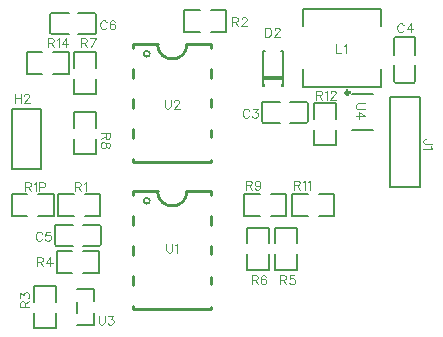
<source format=gto>
G04 Layer: TopSilkscreenLayer*
G04 EasyEDA v6.5.47, 2024-12-22 15:22:41*
G04 e1e7952599984f8b88d5fc9924ef2239,3d6967793dfb4ab392e21a473a945d40,10*
G04 Gerber Generator version 0.2*
G04 Scale: 100 percent, Rotated: No, Reflected: No *
G04 Dimensions in millimeters *
G04 leading zeros omitted , absolute positions ,4 integer and 5 decimal *
%FSLAX45Y45*%
%MOMM*%

%ADD10C,0.1000*%
%ADD11C,0.1524*%
%ADD12C,0.1520*%
%ADD13C,0.2032*%
%ADD14C,0.2030*%
%ADD15C,0.1520*%
%ADD16C,0.2540*%
%ADD17C,0.1500*%
%ADD18C,0.3000*%
%ADD19C,0.0129*%

%LPD*%
D10*
X3534409Y5028184D02*
G01*
X3530600Y5035550D01*
X3523488Y5042915D01*
X3516122Y5046471D01*
X3501643Y5046471D01*
X3494277Y5042915D01*
X3487165Y5035550D01*
X3483356Y5028184D01*
X3479800Y5017262D01*
X3479800Y4999228D01*
X3483356Y4988305D01*
X3487165Y4980939D01*
X3494277Y4973573D01*
X3501643Y4970018D01*
X3516122Y4970018D01*
X3523488Y4973573D01*
X3530600Y4980939D01*
X3534409Y4988305D01*
X3565652Y5046471D02*
G01*
X3605529Y5046471D01*
X3583686Y5017262D01*
X3594608Y5017262D01*
X3601974Y5013705D01*
X3605529Y5010150D01*
X3609340Y4999228D01*
X3609340Y4991862D01*
X3605529Y4980939D01*
X3598418Y4973573D01*
X3587495Y4970018D01*
X3576574Y4970018D01*
X3565652Y4973573D01*
X3562095Y4977384D01*
X3558286Y4984495D01*
X4842509Y5752084D02*
G01*
X4838700Y5759450D01*
X4831588Y5766815D01*
X4824222Y5770371D01*
X4809743Y5770371D01*
X4802377Y5766815D01*
X4795265Y5759450D01*
X4791456Y5752084D01*
X4787900Y5741162D01*
X4787900Y5723128D01*
X4791456Y5712205D01*
X4795265Y5704839D01*
X4802377Y5697473D01*
X4809743Y5693918D01*
X4824222Y5693918D01*
X4831588Y5697473D01*
X4838700Y5704839D01*
X4842509Y5712205D01*
X4902708Y5770371D02*
G01*
X4866386Y5719318D01*
X4920995Y5719318D01*
X4902708Y5770371D02*
G01*
X4902708Y5693918D01*
X1781792Y3986784D02*
G01*
X1777982Y3994150D01*
X1770870Y4001515D01*
X1763504Y4005071D01*
X1749026Y4005071D01*
X1741660Y4001515D01*
X1734548Y3994150D01*
X1730738Y3986784D01*
X1727182Y3975862D01*
X1727182Y3957828D01*
X1730738Y3946905D01*
X1734548Y3939539D01*
X1741660Y3932173D01*
X1749026Y3928618D01*
X1763504Y3928618D01*
X1770870Y3932173D01*
X1777982Y3939539D01*
X1781792Y3946905D01*
X1849356Y4005071D02*
G01*
X1813034Y4005071D01*
X1809478Y3972305D01*
X1813034Y3975862D01*
X1823956Y3979671D01*
X1834878Y3979671D01*
X1845800Y3975862D01*
X1852912Y3968750D01*
X1856722Y3957828D01*
X1856722Y3950462D01*
X1852912Y3939539D01*
X1845800Y3932173D01*
X1834878Y3928618D01*
X1823956Y3928618D01*
X1813034Y3932173D01*
X1809478Y3935984D01*
X1805668Y3943095D01*
X2327892Y5777484D02*
G01*
X2324082Y5784850D01*
X2316970Y5792215D01*
X2309604Y5795771D01*
X2295126Y5795771D01*
X2287760Y5792215D01*
X2280648Y5784850D01*
X2276838Y5777484D01*
X2273282Y5766562D01*
X2273282Y5748528D01*
X2276838Y5737605D01*
X2280648Y5730239D01*
X2287760Y5722873D01*
X2295126Y5719318D01*
X2309604Y5719318D01*
X2316970Y5722873D01*
X2324082Y5730239D01*
X2327892Y5737605D01*
X2395456Y5784850D02*
G01*
X2391900Y5792215D01*
X2380978Y5795771D01*
X2373612Y5795771D01*
X2362690Y5792215D01*
X2355578Y5781294D01*
X2351768Y5763005D01*
X2351768Y5744718D01*
X2355578Y5730239D01*
X2362690Y5722873D01*
X2373612Y5719318D01*
X2377422Y5719318D01*
X2388090Y5722873D01*
X2395456Y5730239D01*
X2399012Y5741162D01*
X2399012Y5744718D01*
X2395456Y5755639D01*
X2388090Y5763005D01*
X2377422Y5766562D01*
X2373612Y5766562D01*
X2362690Y5763005D01*
X2355578Y5755639D01*
X2351768Y5744718D01*
X3670300Y5732271D02*
G01*
X3670300Y5655818D01*
X3670300Y5732271D02*
G01*
X3695700Y5732271D01*
X3706622Y5728715D01*
X3713988Y5721350D01*
X3717543Y5713984D01*
X3721100Y5703062D01*
X3721100Y5685028D01*
X3717543Y5674105D01*
X3713988Y5666739D01*
X3706622Y5659373D01*
X3695700Y5655818D01*
X3670300Y5655818D01*
X3748786Y5713984D02*
G01*
X3748786Y5717794D01*
X3752595Y5724905D01*
X3756152Y5728715D01*
X3763263Y5732271D01*
X3777995Y5732271D01*
X3785108Y5728715D01*
X3788918Y5724905D01*
X3792474Y5717794D01*
X3792474Y5710428D01*
X3788918Y5703062D01*
X3781552Y5692139D01*
X3745229Y5655818D01*
X3796029Y5655818D01*
X1549400Y5173471D02*
G01*
X1549400Y5097018D01*
X1600200Y5173471D02*
G01*
X1600200Y5097018D01*
X1549400Y5137150D02*
G01*
X1600200Y5137150D01*
X1627886Y5155184D02*
G01*
X1627886Y5158994D01*
X1631695Y5166105D01*
X1635252Y5169915D01*
X1642363Y5173471D01*
X1657095Y5173471D01*
X1664207Y5169915D01*
X1668018Y5166105D01*
X1671573Y5158994D01*
X1671573Y5151628D01*
X1668018Y5144262D01*
X1660652Y5133339D01*
X1624329Y5097018D01*
X1675129Y5097018D01*
X5084572Y4751578D02*
G01*
X5026406Y4751578D01*
X5015484Y4755134D01*
X5011674Y4758689D01*
X5008118Y4766055D01*
X5008118Y4773421D01*
X5011674Y4780534D01*
X5015484Y4784344D01*
X5026406Y4787900D01*
X5033518Y4787900D01*
X5070093Y4727447D02*
G01*
X5073650Y4720336D01*
X5084572Y4709413D01*
X5008118Y4709413D01*
X4267200Y5592571D02*
G01*
X4267200Y5516118D01*
X4267200Y5516118D02*
G01*
X4310888Y5516118D01*
X4334763Y5578094D02*
G01*
X4342129Y5581650D01*
X4353052Y5592571D01*
X4353052Y5516118D01*
X2057308Y4424171D02*
G01*
X2057308Y4347718D01*
X2057308Y4424171D02*
G01*
X2090074Y4424171D01*
X2100996Y4420615D01*
X2104552Y4416805D01*
X2108362Y4409694D01*
X2108362Y4402328D01*
X2104552Y4394962D01*
X2100996Y4391405D01*
X2090074Y4387850D01*
X2057308Y4387850D01*
X2082962Y4387850D02*
G01*
X2108362Y4347718D01*
X2132238Y4409694D02*
G01*
X2139604Y4413250D01*
X2150526Y4424171D01*
X2150526Y4347718D01*
X1638208Y4424171D02*
G01*
X1638208Y4347718D01*
X1638208Y4424171D02*
G01*
X1670974Y4424171D01*
X1681896Y4420615D01*
X1685452Y4416805D01*
X1689262Y4409694D01*
X1689262Y4402328D01*
X1685452Y4394962D01*
X1681896Y4391405D01*
X1670974Y4387850D01*
X1638208Y4387850D01*
X1663862Y4387850D02*
G01*
X1689262Y4347718D01*
X1713138Y4409694D02*
G01*
X1720504Y4413250D01*
X1731426Y4424171D01*
X1731426Y4347718D01*
X1755302Y4424171D02*
G01*
X1755302Y4347718D01*
X1755302Y4424171D02*
G01*
X1788068Y4424171D01*
X1798990Y4420615D01*
X1802546Y4416805D01*
X1806356Y4409694D01*
X1806356Y4398771D01*
X1802546Y4391405D01*
X1798990Y4387850D01*
X1788068Y4384039D01*
X1755302Y4384039D01*
X3390808Y5821171D02*
G01*
X3390808Y5744718D01*
X3390808Y5821171D02*
G01*
X3423574Y5821171D01*
X3434496Y5817615D01*
X3438052Y5813805D01*
X3441862Y5806694D01*
X3441862Y5799328D01*
X3438052Y5791962D01*
X3434496Y5788405D01*
X3423574Y5784850D01*
X3390808Y5784850D01*
X3416462Y5784850D02*
G01*
X3441862Y5744718D01*
X3469548Y5802884D02*
G01*
X3469548Y5806694D01*
X3473104Y5813805D01*
X3476660Y5817615D01*
X3484026Y5821171D01*
X3498504Y5821171D01*
X3505870Y5817615D01*
X3509426Y5813805D01*
X3512982Y5806694D01*
X3512982Y5799328D01*
X3509426Y5791962D01*
X3502060Y5781039D01*
X3465738Y5744718D01*
X3516792Y5744718D01*
X1595628Y3365408D02*
G01*
X1672081Y3365408D01*
X1595628Y3365408D02*
G01*
X1595628Y3398174D01*
X1599184Y3409096D01*
X1602994Y3412652D01*
X1610105Y3416462D01*
X1617471Y3416462D01*
X1624837Y3412652D01*
X1628394Y3409096D01*
X1631950Y3398174D01*
X1631950Y3365408D01*
X1631950Y3391062D02*
G01*
X1672081Y3416462D01*
X1595628Y3447704D02*
G01*
X1595628Y3487582D01*
X1624837Y3465738D01*
X1624837Y3476660D01*
X1628394Y3484026D01*
X1631950Y3487582D01*
X1642871Y3491392D01*
X1650237Y3491392D01*
X1661160Y3487582D01*
X1668526Y3480470D01*
X1672081Y3469548D01*
X1672081Y3458626D01*
X1668526Y3447704D01*
X1664715Y3444148D01*
X1657604Y3440338D01*
X1739808Y3789171D02*
G01*
X1739808Y3712718D01*
X1739808Y3789171D02*
G01*
X1772574Y3789171D01*
X1783496Y3785615D01*
X1787052Y3781805D01*
X1790862Y3774694D01*
X1790862Y3767328D01*
X1787052Y3759962D01*
X1783496Y3756405D01*
X1772574Y3752850D01*
X1739808Y3752850D01*
X1765462Y3752850D02*
G01*
X1790862Y3712718D01*
X1851060Y3789171D02*
G01*
X1814738Y3738118D01*
X1869348Y3738118D01*
X1851060Y3789171D02*
G01*
X1851060Y3712718D01*
X3797208Y3636771D02*
G01*
X3797208Y3560318D01*
X3797208Y3636771D02*
G01*
X3829974Y3636771D01*
X3840896Y3633215D01*
X3844452Y3629405D01*
X3848262Y3622294D01*
X3848262Y3614928D01*
X3844452Y3607562D01*
X3840896Y3604005D01*
X3829974Y3600450D01*
X3797208Y3600450D01*
X3822862Y3600450D02*
G01*
X3848262Y3560318D01*
X3915826Y3636771D02*
G01*
X3879504Y3636771D01*
X3875948Y3604005D01*
X3879504Y3607562D01*
X3890426Y3611371D01*
X3901348Y3611371D01*
X3912270Y3607562D01*
X3919382Y3600450D01*
X3923192Y3589528D01*
X3923192Y3582162D01*
X3919382Y3571239D01*
X3912270Y3563873D01*
X3901348Y3560318D01*
X3890426Y3560318D01*
X3879504Y3563873D01*
X3875948Y3567684D01*
X3872138Y3574795D01*
X3555908Y3636771D02*
G01*
X3555908Y3560318D01*
X3555908Y3636771D02*
G01*
X3588674Y3636771D01*
X3599596Y3633215D01*
X3603152Y3629405D01*
X3606962Y3622294D01*
X3606962Y3614928D01*
X3603152Y3607562D01*
X3599596Y3604005D01*
X3588674Y3600450D01*
X3555908Y3600450D01*
X3581562Y3600450D02*
G01*
X3606962Y3560318D01*
X3674526Y3625850D02*
G01*
X3670970Y3633215D01*
X3660048Y3636771D01*
X3652682Y3636771D01*
X3641760Y3633215D01*
X3634648Y3622294D01*
X3630838Y3604005D01*
X3630838Y3585718D01*
X3634648Y3571239D01*
X3641760Y3563873D01*
X3652682Y3560318D01*
X3656238Y3560318D01*
X3667160Y3563873D01*
X3674526Y3571239D01*
X3678082Y3582162D01*
X3678082Y3585718D01*
X3674526Y3596639D01*
X3667160Y3604005D01*
X3656238Y3607562D01*
X3652682Y3607562D01*
X3641760Y3604005D01*
X3634648Y3596639D01*
X3630838Y3585718D01*
X2108108Y5643371D02*
G01*
X2108108Y5566918D01*
X2108108Y5643371D02*
G01*
X2140874Y5643371D01*
X2151796Y5639815D01*
X2155352Y5636005D01*
X2159162Y5628894D01*
X2159162Y5621528D01*
X2155352Y5614162D01*
X2151796Y5610605D01*
X2140874Y5607050D01*
X2108108Y5607050D01*
X2133762Y5607050D02*
G01*
X2159162Y5566918D01*
X2234092Y5643371D02*
G01*
X2197770Y5566918D01*
X2183038Y5643371D02*
G01*
X2234092Y5643371D01*
X2354072Y4838791D02*
G01*
X2277618Y4838791D01*
X2354072Y4838791D02*
G01*
X2354072Y4806025D01*
X2350515Y4795103D01*
X2346706Y4791547D01*
X2339593Y4787737D01*
X2332227Y4787737D01*
X2324861Y4791547D01*
X2321306Y4795103D01*
X2317750Y4806025D01*
X2317750Y4838791D01*
X2317750Y4813137D02*
G01*
X2277618Y4787737D01*
X2354072Y4745573D02*
G01*
X2350515Y4756495D01*
X2343150Y4760051D01*
X2335784Y4760051D01*
X2328672Y4756495D01*
X2324861Y4749129D01*
X2321306Y4734651D01*
X2317750Y4723729D01*
X2310384Y4716617D01*
X2303018Y4712807D01*
X2292095Y4712807D01*
X2284984Y4716617D01*
X2281174Y4720173D01*
X2277618Y4731095D01*
X2277618Y4745573D01*
X2281174Y4756495D01*
X2284984Y4760051D01*
X2292095Y4763861D01*
X2303018Y4763861D01*
X2310384Y4760051D01*
X2317750Y4752939D01*
X2321306Y4742017D01*
X2324861Y4727539D01*
X2328672Y4720173D01*
X2335784Y4716617D01*
X2343150Y4716617D01*
X2350515Y4720173D01*
X2354072Y4731095D01*
X2354072Y4745573D01*
X3505200Y4436871D02*
G01*
X3505200Y4360418D01*
X3505200Y4436871D02*
G01*
X3537965Y4436871D01*
X3548888Y4433315D01*
X3552443Y4429505D01*
X3556000Y4422394D01*
X3556000Y4415028D01*
X3552443Y4407662D01*
X3548888Y4404105D01*
X3537965Y4400550D01*
X3505200Y4400550D01*
X3530600Y4400550D02*
G01*
X3556000Y4360418D01*
X3627374Y4411471D02*
G01*
X3623818Y4400550D01*
X3616452Y4393184D01*
X3605529Y4389628D01*
X3601974Y4389628D01*
X3591052Y4393184D01*
X3583686Y4400550D01*
X3580129Y4411471D01*
X3580129Y4415028D01*
X3583686Y4425950D01*
X3591052Y4433315D01*
X3601974Y4436871D01*
X3605529Y4436871D01*
X3616452Y4433315D01*
X3623818Y4425950D01*
X3627374Y4411471D01*
X3627374Y4393184D01*
X3623818Y4374895D01*
X3616452Y4363973D01*
X3605529Y4360418D01*
X3598163Y4360418D01*
X3587495Y4363973D01*
X3583686Y4371339D01*
X3911600Y4436871D02*
G01*
X3911600Y4360418D01*
X3911600Y4436871D02*
G01*
X3944365Y4436871D01*
X3955288Y4433315D01*
X3958843Y4429505D01*
X3962400Y4422394D01*
X3962400Y4415028D01*
X3958843Y4407662D01*
X3955288Y4404105D01*
X3944365Y4400550D01*
X3911600Y4400550D01*
X3937000Y4400550D02*
G01*
X3962400Y4360418D01*
X3986529Y4422394D02*
G01*
X3993895Y4425950D01*
X4004563Y4436871D01*
X4004563Y4360418D01*
X4028693Y4422394D02*
G01*
X4036059Y4425950D01*
X4046981Y4436871D01*
X4046981Y4360418D01*
X1828708Y5643371D02*
G01*
X1828708Y5566918D01*
X1828708Y5643371D02*
G01*
X1861474Y5643371D01*
X1872396Y5639815D01*
X1875952Y5636005D01*
X1879762Y5628894D01*
X1879762Y5621528D01*
X1875952Y5614162D01*
X1872396Y5610605D01*
X1861474Y5607050D01*
X1828708Y5607050D01*
X1854362Y5607050D02*
G01*
X1879762Y5566918D01*
X1903638Y5628894D02*
G01*
X1911004Y5632450D01*
X1921926Y5643371D01*
X1921926Y5566918D01*
X1982378Y5643371D02*
G01*
X1945802Y5592318D01*
X2000412Y5592318D01*
X1982378Y5643371D02*
G01*
X1982378Y5566918D01*
X4102100Y5198871D02*
G01*
X4102100Y5122418D01*
X4102100Y5198871D02*
G01*
X4134865Y5198871D01*
X4145788Y5195315D01*
X4149343Y5191505D01*
X4152900Y5184394D01*
X4152900Y5177028D01*
X4149343Y5169662D01*
X4145788Y5166105D01*
X4134865Y5162550D01*
X4102100Y5162550D01*
X4127500Y5162550D02*
G01*
X4152900Y5122418D01*
X4177029Y5184394D02*
G01*
X4184395Y5187950D01*
X4195063Y5198871D01*
X4195063Y5122418D01*
X4222750Y5180584D02*
G01*
X4222750Y5184394D01*
X4226559Y5191505D01*
X4230115Y5195315D01*
X4237481Y5198871D01*
X4251959Y5198871D01*
X4259072Y5195315D01*
X4262881Y5191505D01*
X4266438Y5184394D01*
X4266438Y5177028D01*
X4262881Y5169662D01*
X4255515Y5158739D01*
X4219193Y5122418D01*
X4269993Y5122418D01*
X2260658Y3293871D02*
G01*
X2260658Y3239262D01*
X2264214Y3228339D01*
X2271580Y3220973D01*
X2282502Y3217418D01*
X2289614Y3217418D01*
X2300536Y3220973D01*
X2307902Y3228339D01*
X2311458Y3239262D01*
X2311458Y3293871D01*
X2342700Y3293871D02*
G01*
X2382832Y3293871D01*
X2360988Y3264662D01*
X2371910Y3264662D01*
X2379022Y3261105D01*
X2382832Y3257550D01*
X2386388Y3246628D01*
X2386388Y3239262D01*
X2382832Y3228339D01*
X2375466Y3220973D01*
X2364544Y3217418D01*
X2353622Y3217418D01*
X2342700Y3220973D01*
X2339144Y3224784D01*
X2335588Y3231895D01*
X4513072Y5092700D02*
G01*
X4458461Y5092700D01*
X4447540Y5089144D01*
X4440174Y5081778D01*
X4436618Y5070855D01*
X4436618Y5063489D01*
X4440174Y5052821D01*
X4447540Y5045455D01*
X4458461Y5041900D01*
X4513072Y5041900D01*
X4513072Y4981447D02*
G01*
X4462018Y5017770D01*
X4462018Y4963160D01*
X4513072Y4981447D02*
G01*
X4436618Y4981447D01*
X2832102Y3903471D02*
G01*
X2832102Y3848862D01*
X2835658Y3837939D01*
X2843024Y3830573D01*
X2853946Y3827018D01*
X2861312Y3827018D01*
X2871980Y3830573D01*
X2879346Y3837939D01*
X2882902Y3848862D01*
X2882902Y3903471D01*
X2907032Y3888994D02*
G01*
X2914398Y3892550D01*
X2925066Y3903471D01*
X2925066Y3827018D01*
X2819402Y5122671D02*
G01*
X2819402Y5068062D01*
X2822958Y5057139D01*
X2830324Y5049773D01*
X2841246Y5046218D01*
X2848612Y5046218D01*
X2859280Y5049773D01*
X2866646Y5057139D01*
X2870202Y5068062D01*
X2870202Y5122671D01*
X2897888Y5104384D02*
G01*
X2897888Y5108194D01*
X2901698Y5115305D01*
X2905254Y5119115D01*
X2912366Y5122671D01*
X2927098Y5122671D01*
X2934210Y5119115D01*
X2938020Y5115305D01*
X2941576Y5108194D01*
X2941576Y5100828D01*
X2938020Y5093462D01*
X2930654Y5082539D01*
X2894332Y5046218D01*
X2945132Y5046218D01*
D11*
X4016519Y5106860D02*
G01*
X3875519Y5106860D01*
X3875519Y4926139D02*
G01*
X4016519Y4926139D01*
X4031759Y4941379D02*
G01*
X4031759Y5091620D01*
X3654280Y5106860D02*
G01*
X3795280Y5106860D01*
X3795280Y4926139D02*
G01*
X3654280Y4926139D01*
X3639040Y4941379D02*
G01*
X3639040Y5091620D01*
X4941760Y5279880D02*
G01*
X4941760Y5420880D01*
X4761039Y5420880D02*
G01*
X4761039Y5279880D01*
X4776279Y5264640D02*
G01*
X4926520Y5264640D01*
X4941760Y5642119D02*
G01*
X4941760Y5501119D01*
X4761039Y5501119D02*
G01*
X4761039Y5642119D01*
X4776279Y5657359D02*
G01*
X4926520Y5657359D01*
X1901680Y3884739D02*
G01*
X2042680Y3884739D01*
X2042680Y4065460D02*
G01*
X1901680Y4065460D01*
X1886440Y4050220D02*
G01*
X1886440Y3899979D01*
X2263919Y3884739D02*
G01*
X2122919Y3884739D01*
X2122919Y4065460D02*
G01*
X2263919Y4065460D01*
X2279159Y4050220D02*
G01*
X2279159Y3899979D01*
X2225819Y5856160D02*
G01*
X2084819Y5856160D01*
X2084819Y5675439D02*
G01*
X2225819Y5675439D01*
X2241059Y5690679D02*
G01*
X2241059Y5840920D01*
X1863580Y5856160D02*
G01*
X2004580Y5856160D01*
X2004580Y5675439D02*
G01*
X1863580Y5675439D01*
X1848340Y5690679D02*
G01*
X1848340Y5840920D01*
D12*
X3809314Y5239499D02*
G01*
X3809314Y5256883D01*
X3658285Y5239499D02*
G01*
X3658285Y5256883D01*
X3658285Y5239499D02*
G01*
X3647180Y5239499D01*
X3647180Y5256883D01*
X3820419Y5256883D02*
G01*
X3820419Y5239499D01*
X3809314Y5239499D01*
X3809314Y5256883D02*
G01*
X3820419Y5256883D01*
X3647180Y5256883D02*
G01*
X3658285Y5256883D01*
X3647180Y5314787D02*
G01*
X3820419Y5314787D01*
D11*
X3647180Y5300499D02*
G01*
X3820419Y5300499D01*
X3647180Y5256883D02*
G01*
X3647180Y5538116D01*
X3647180Y5538116D02*
G01*
X3663980Y5538116D01*
X3820419Y5256883D02*
G01*
X3820419Y5538116D01*
X3820419Y5538116D02*
G01*
X3803619Y5538116D01*
D13*
X1524000Y5041900D02*
G01*
X1775460Y5041900D01*
X1775460Y4533900D01*
X1524000Y4533900D01*
X1524000Y5041900D01*
X4978400Y4953000D02*
G01*
X4978400Y5143500D01*
X4724400Y5143500D01*
X4724400Y4381500D01*
X4978400Y4381500D01*
D14*
X4978400Y4381500D02*
G01*
X4978400Y4953000D01*
D15*
X4648200Y5746612D02*
G01*
X4648200Y5892800D01*
X3987800Y5892800D01*
X3987800Y5378587D02*
G01*
X3987800Y5232400D01*
X4648200Y5232400D01*
X4648200Y5378587D01*
X3987800Y5892800D02*
G01*
X3987800Y5746612D01*
D11*
X2047880Y4320809D02*
G01*
X1919386Y4320809D01*
X1919386Y4137390D01*
X2047880Y4137390D01*
X2143119Y4320809D02*
G01*
X2271613Y4320809D01*
X2271613Y4137390D01*
X2143119Y4137390D01*
X1654180Y4320809D02*
G01*
X1525686Y4320809D01*
X1525686Y4137390D01*
X1654180Y4137390D01*
X1749419Y4320809D02*
G01*
X1877913Y4320809D01*
X1877913Y4137390D01*
X1749419Y4137390D01*
X3209919Y5699490D02*
G01*
X3338413Y5699490D01*
X3338413Y5882909D01*
X3209919Y5882909D01*
X3114680Y5699490D02*
G01*
X2986186Y5699490D01*
X2986186Y5882909D01*
X3114680Y5882909D01*
X1895109Y3413119D02*
G01*
X1895109Y3541613D01*
X1711690Y3541613D01*
X1711690Y3413119D01*
X1895109Y3317880D02*
G01*
X1895109Y3189386D01*
X1711690Y3189386D01*
X1711690Y3317880D01*
X2035180Y3838209D02*
G01*
X1906686Y3838209D01*
X1906686Y3654790D01*
X2035180Y3654790D01*
X2130419Y3838209D02*
G01*
X2258913Y3838209D01*
X2258913Y3654790D01*
X2130419Y3654790D01*
X3756390Y3813180D02*
G01*
X3756390Y3684686D01*
X3939809Y3684686D01*
X3939809Y3813180D01*
X3756390Y3908419D02*
G01*
X3756390Y4036913D01*
X3939809Y4036913D01*
X3939809Y3908419D01*
X3698509Y3908419D02*
G01*
X3698509Y4036913D01*
X3515090Y4036913D01*
X3515090Y3908419D01*
X3698509Y3813180D02*
G01*
X3698509Y3684686D01*
X3515090Y3684686D01*
X3515090Y3813180D01*
X2054590Y5299080D02*
G01*
X2054590Y5170586D01*
X2238009Y5170586D01*
X2238009Y5299080D01*
X2054590Y5394319D02*
G01*
X2054590Y5522813D01*
X2238009Y5522813D01*
X2238009Y5394319D01*
X2054590Y4791080D02*
G01*
X2054590Y4662586D01*
X2238009Y4662586D01*
X2238009Y4791080D01*
X2054590Y4886319D02*
G01*
X2054590Y5014813D01*
X2238009Y5014813D01*
X2238009Y4886319D01*
X3717919Y4137390D02*
G01*
X3846413Y4137390D01*
X3846413Y4320809D01*
X3717919Y4320809D01*
X3622680Y4137390D02*
G01*
X3494186Y4137390D01*
X3494186Y4320809D01*
X3622680Y4320809D01*
X4124319Y4137390D02*
G01*
X4252813Y4137390D01*
X4252813Y4320809D01*
X4124319Y4320809D01*
X4029080Y4137390D02*
G01*
X3900586Y4137390D01*
X3900586Y4320809D01*
X4029080Y4320809D01*
X1876419Y5343890D02*
G01*
X2004913Y5343890D01*
X2004913Y5527309D01*
X1876419Y5527309D01*
X1781180Y5343890D02*
G01*
X1652686Y5343890D01*
X1652686Y5527309D01*
X1781180Y5527309D01*
X4086590Y4867280D02*
G01*
X4086590Y4738786D01*
X4270009Y4738786D01*
X4270009Y4867280D01*
X4086590Y4962519D02*
G01*
X4086590Y5091013D01*
X4270009Y5091013D01*
X4270009Y4962519D01*
X2073678Y3212879D02*
G01*
X2218921Y3212879D01*
X2218921Y3316041D01*
X2073678Y3518120D02*
G01*
X2218921Y3518120D01*
X2218921Y3414958D01*
X2073678Y3319960D02*
G01*
X2073678Y3411039D01*
X4406879Y4862581D02*
G01*
X4584720Y4862581D01*
X4406879Y5170418D02*
G01*
X4584720Y5170418D01*
D16*
X3212901Y3348098D02*
G01*
X2552898Y3348101D01*
X3212901Y4348101D02*
G01*
X3212901Y4317885D01*
X3212901Y4140314D02*
G01*
X3212901Y4063885D01*
X3212901Y3886314D02*
G01*
X3212901Y3816487D01*
X3212901Y3625712D02*
G01*
X3212901Y3562487D01*
X3212901Y3371712D02*
G01*
X3212901Y3348098D01*
X2552898Y4348098D02*
G01*
X2552898Y4317885D01*
X2552898Y4140314D02*
G01*
X2552898Y4063885D01*
X2552898Y3886314D02*
G01*
X2552898Y3809885D01*
X2552898Y3632314D02*
G01*
X2552898Y3555885D01*
X2552898Y3378314D02*
G01*
X2552898Y3348101D01*
X2552898Y4348101D02*
G01*
X2757898Y4348101D01*
X3212901Y4348101D02*
G01*
X3007901Y4348101D01*
X3212901Y4592698D02*
G01*
X2552898Y4592701D01*
X3212901Y5592701D02*
G01*
X3212901Y5562485D01*
X3212901Y5384914D02*
G01*
X3212901Y5308485D01*
X3212901Y5130914D02*
G01*
X3212901Y5061087D01*
X3212901Y4870312D02*
G01*
X3212901Y4807087D01*
X3212901Y4616312D02*
G01*
X3212901Y4592698D01*
X2552898Y5592698D02*
G01*
X2552898Y5562485D01*
X2552898Y5384914D02*
G01*
X2552898Y5308485D01*
X2552898Y5130914D02*
G01*
X2552898Y5054485D01*
X2552898Y4876914D02*
G01*
X2552898Y4800485D01*
X2552898Y4622914D02*
G01*
X2552898Y4592701D01*
X2552898Y5592701D02*
G01*
X2757898Y5592701D01*
X3212901Y5592701D02*
G01*
X3007901Y5592701D01*
D11*
G75*
G01*
X4016520Y4926140D02*
G03*
X4031760Y4941380I0J15240D01*
G75*
G01*
X4031760Y5091620D02*
G03*
X4016520Y5106860I-15240J0D01*
G75*
G01*
X3654280Y4926140D02*
G02*
X3639040Y4941380I0J15240D01*
G75*
G01*
X3639040Y5091620D02*
G02*
X3654280Y5106860I15240J0D01*
G75*
G01*
X4761040Y5279880D02*
G03*
X4776279Y5264640I15240J0D01*
G75*
G01*
X4926521Y5264640D02*
G03*
X4941760Y5279880I-1J15240D01*
G75*
G01*
X4761040Y5642120D02*
G02*
X4776279Y5657360I15240J0D01*
G75*
G01*
X4926521Y5657360D02*
G02*
X4941760Y5642120I-1J-15240D01*
G75*
G01*
X1901680Y4065460D02*
G03*
X1886440Y4050220I0J-15240D01*
G75*
G01*
X1886440Y3899980D02*
G03*
X1901680Y3884740I15240J0D01*
G75*
G01*
X2263920Y4065460D02*
G02*
X2279160Y4050220I0J-15240D01*
G75*
G01*
X2279160Y3899980D02*
G02*
X2263920Y3884740I-15240J0D01*
G75*
G01*
X2225820Y5675440D02*
G03*
X2241060Y5690680I0J15240D01*
G75*
G01*
X2241060Y5840920D02*
G03*
X2225820Y5856160I-15240J0D01*
G75*
G01*
X1863580Y5675440D02*
G02*
X1848340Y5690680I0J15240D01*
G75*
G01*
X1848340Y5840920D02*
G02*
X1863580Y5856160I15240J0D01*
D17*
G75*
G01*
X2667000Y4241800D02*
G03*
X2665875Y4241825I10J25400D01*
D16*
G75*
G01*
X3007901Y4348102D02*
G02*
X2757932Y4348226I-124984J622D01*
D17*
G75*
G01*
X2667000Y5486400D02*
G03*
X2665875Y5486425I10J25400D01*
D16*
G75*
G01*
X3007901Y5592702D02*
G02*
X2757932Y5592826I-124984J622D01*
D18*
G75*
G01
X4380662Y5183327D02*
G03X4380662Y5183327I-15011J0D01*
M02*

</source>
